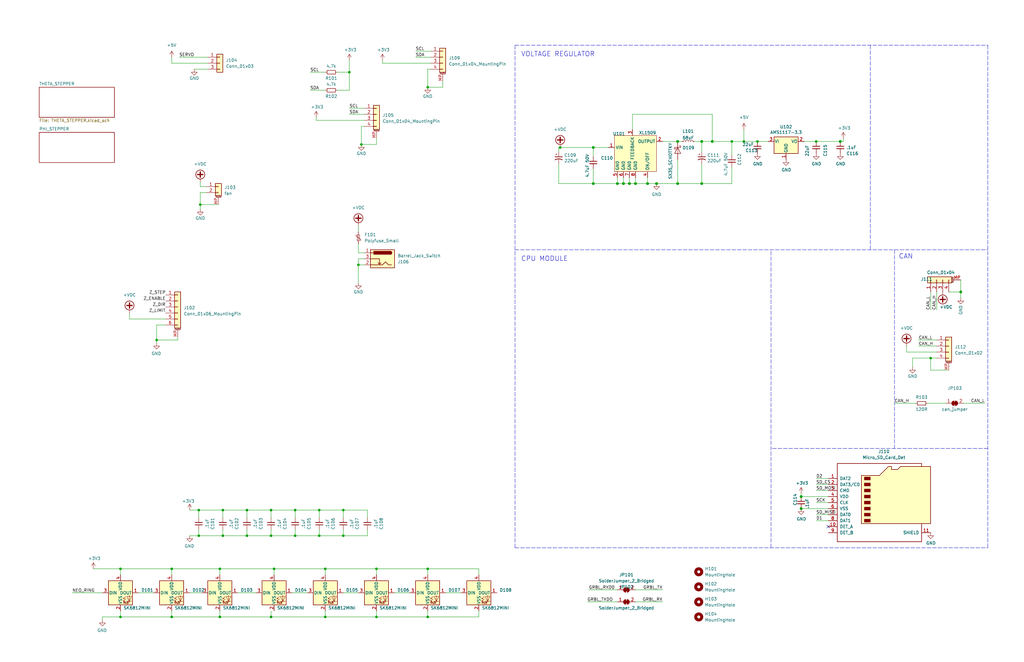
<source format=kicad_sch>
(kicad_sch (version 20250114) (generator "eeschema") (generator_version "9.0")
  (paper "B")
  (title_block (title "TOBOR MAINBOARD") (date "2025-03-22") (rev "1") (company "Evezor Inc."))
  (rectangle (start 457.2 144.78) (end 589.28 271.78))
  (text "VOLTAGE REGULATOR" (at 219.71 24.13 0) (effects (font (size 2.0066 2.0066)) (justify left bottom)))
  (text "CPU MODULE" (at 219.71 110.49 0) (effects (font (size 2.0066 2.0066)) (justify left bottom)))
  (text "CAN \n" (at 378.968 109.474 0) (effects (font (size 2.0066 2.0066)) (justify left bottom)))
  (junction (at 180.34 36.83))
  (junction (at 337.82 209.55) (diameter 1.016))
  (junction (at 392.43 151.13))
  (junction (at 262.89 77.47) (diameter 1.016))
  (junction (at 137.16 240.03))
  (junction (at 114.3 215.265))
  (junction (at 344.17 59.69))
  (junction (at 548.64 168.91))
  (junction (at 50.8 260.35))
  (junction (at 560.07 168.91))
  (junction (at 749.3 276.86))
  (junction (at 180.34 240.03))
  (junction (at 83.82 226.06))
  (junction (at 725.17 304.8))
  (junction (at 83.82 215.265))
  (junction (at 313.69 59.69))
  (junction (at 137.16 260.35))
  (junction (at 260.35 77.47) (diameter 1.016))
  (junction (at 295.91 59.69) (diameter 1.016))
  (junction (at 548.64 179.07))
  (junction (at 295.91 77.47) (diameter 1.016))
  (junction (at 92.71 260.35))
  (junction (at 124.46 226.06))
  (junction (at 560.07 179.07))
  (junction (at 144.78 226.06))
  (junction (at 236.22 62.23))
  (junction (at 250.19 62.23) (diameter 1.016))
  (junction (at 337.82 214.63) (diameter 1.016))
  (junction (at 354.33 59.69) (diameter 1.016))
  (junction (at 265.43 77.47) (diameter 1.016))
  (junction (at 158.75 260.35))
  (junction (at 124.46 215.265))
  (junction (at 405.13 123.19) (diameter 1.016))
  (junction (at 104.14 226.06))
  (junction (at 725.17 302.26))
  (junction (at 319.405 59.69))
  (junction (at 114.3 226.06))
  (junction (at 144.78 215.265))
  (junction (at 151.13 111.76))
  (junction (at 104.14 215.265))
  (junction (at 72.39 260.35))
  (junction (at 152.4 60.96))
  (junction (at 92.71 240.03))
  (junction (at 93.98 226.06))
  (junction (at 66.04 143.51))
  (junction (at 84.455 86.36))
  (junction (at 134.62 226.06))
  (junction (at 93.98 215.265))
  (junction (at 72.39 240.03))
  (junction (at 180.34 260.35))
  (junction (at 276.86 77.47) (diameter 1.016))
  (junction (at 273.05 77.47) (diameter 1.016))
  (junction (at 50.8 240.03))
  (junction (at 250.19 77.47) (diameter 1.016))
  (junction (at 308.61 59.69))
  (junction (at 158.75 240.03))
  (junction (at 267.97 77.47) (diameter 1.016))
  (junction (at 115.57 240.03))
  (junction (at 134.62 215.265))
  (junction (at 156.21 -13.97))
  (junction (at 285.75 77.47) (diameter 1.016))
  (junction (at 114.3 260.35))
  (junction (at 300.355 59.69) (diameter 1.016))
  (junction (at 285.75 59.69) (diameter 1.016))
  (junction (at 147.32 30.48))
  (no_connect (at 447.04 556.26))
  (no_connect (at 447.04 546.1))
  (no_connect (at 447.04 538.48))
  (no_connect (at 447.04 551.18))
  (no_connect (at 447.04 495.3))
  (no_connect (at 447.04 523.24))
  (no_connect (at 349.25 222.25))
  (no_connect (at 447.04 558.8))
  (no_connect (at 736.6 312.42))
  (no_connect (at 447.04 553.72))
  (no_connect (at 447.04 487.68))
  (wire (pts (xy 265.43 77.47) (xy 267.97 77.47)))
  (wire (pts (xy 134.62 223.52) (xy 134.62 226.06)))
  (wire (pts (xy 737.87 278.13) (xy 737.87 276.86)))
  (wire (pts (xy 469.9 184.15) (xy 469.9 189.23)))
  (polyline (pts (xy 367.03 19.05) (xy 367.03 105.41)) (stroke (width 0) (type dash)))
  (wire (pts (xy 725.17 302.26) (xy 736.6 302.26)))
  (wire (pts (xy 115.57 240.03) (xy 115.57 242.57)))
  (wire (pts (xy 235.585 69.215) (xy 235.585 77.47)))
  (wire (pts (xy 394.97 123.19) (xy 394.97 130.81)))
  (wire (pts (xy 248.285 248.92) (xy 260.35 248.92)))
  (wire (pts (xy 142.24 38.1) (xy 147.32 38.1)))
  (wire (pts (xy 501.65 179.07) (xy 523.24 179.07)))
  (wire (pts (xy 144.78 226.06) (xy 154.94 226.06)))
  (wire (pts (xy 54.61 134.62) (xy 69.85 134.62)))
  (wire (pts (xy 201.93 260.35) (xy 180.34 260.35)))
  (wire (pts (xy 92.71 257.81) (xy 92.71 260.35)))
  (wire (pts (xy 718.82 500.38) (xy 718.82 497.84)))
  (wire (pts (xy 256.54 62.23) (xy 250.19 62.23)))
  (wire (pts (xy 501.65 168.91) (xy 527.05 168.91)))
  (wire (pts (xy 392.43 123.19) (xy 392.43 130.81)))
  (wire (pts (xy 534.67 218.44) (xy 539.75 218.44)))
  (wire (pts (xy 92.71 260.35) (xy 72.39 260.35)))
  (wire (pts (xy 337.82 209.55) (xy 349.25 209.55)))
  (wire (pts (xy 466.09 171.45) (xy 481.33 171.45)))
  (wire (pts (xy 447.04 492.76) (xy 471.17 492.76)))
  (wire (pts (xy 147.32 45.72) (xy 153.67 45.72)))
  (wire (pts (xy 114.3 215.265) (xy 104.14 215.265)))
  (wire (pts (xy 262.89 74.93) (xy 262.89 77.47)))
  (wire (pts (xy 154.94 223.52) (xy 154.94 226.06)))
  (wire (pts (xy 93.98 215.265) (xy 83.82 215.265)))
  (wire (pts (xy 93.98 226.06) (xy 104.14 226.06)))
  (wire (pts (xy 392.43 151.13) (xy 384.81 151.13)))
  (wire (pts (xy 153.67 106.68) (xy 151.13 106.68)))
  (wire (pts (xy 43.18 261.62) (xy 43.18 260.35)))
  (wire (pts (xy 158.75 257.81) (xy 158.75 260.35)))
  (wire (pts (xy 406.4 170.18) (xy 415.29 170.18)))
  (wire (pts (xy 133.35 49.53) (xy 133.35 50.8)))
  (wire (pts (xy 180.34 36.83) (xy 180.34 29.21)))
  (wire (pts (xy 703.58 487.68) (xy 681.99 487.68)))
  (wire (pts (xy 344.17 204.47) (xy 349.25 204.47)))
  (wire (pts (xy 477.52 179.07) (xy 477.52 194.31)))
  (wire (pts (xy 100.33 250.19) (xy 107.95 250.19)))
  (wire (pts (xy 162.56 -13.97) (xy 156.21 -13.97)))
  (wire (pts (xy 292.735 59.69) (xy 295.91 59.69)))
  (wire (pts (xy 137.16 240.03) (xy 158.75 240.03)))
  (wire (pts (xy 725.17 302.26) (xy 725.17 299.72)))
  (wire (pts (xy 92.71 240.03) (xy 115.57 240.03)))
  (wire (pts (xy 279.4 59.69) (xy 285.75 59.69)))
  (wire (pts (xy 152.4 60.96) (xy 152.4 53.34)))
  (wire (pts (xy 703.58 485.14) (xy 703.58 487.68)))
  (wire (pts (xy 463.55 490.22) (xy 463.55 486.41)))
  (wire (pts (xy 308.61 70.485) (xy 308.61 77.47)))
  (wire (pts (xy 104.14 223.52) (xy 104.14 226.06)))
  (wire (pts (xy 66.04 143.51) (xy 66.04 144.78)))
  (wire (pts (xy 92.075 86.36) (xy 84.455 86.36)))
  (wire (pts (xy 104.14 226.06) (xy 114.3 226.06)))
  (wire (pts (xy 158.75 58.42) (xy 158.75 60.96)))
  (wire (pts (xy 349.25 217.17) (xy 344.17 217.17)))
  (wire (pts (xy 344.17 212.09) (xy 349.25 212.09)))
  (wire (pts (xy 721.36 500.38) (xy 721.36 508)))
  (wire (pts (xy 392.43 156.21) (xy 392.43 151.13)))
  (wire (pts (xy 276.86 77.47) (xy 285.75 77.47)))
  (wire (pts (xy 83.82 215.265) (xy 80.01 215.265)))
  (wire (pts (xy 260.35 74.93) (xy 260.35 77.47)))
  (wire (pts (xy 93.98 226.06) (xy 93.98 223.52)))
  (wire (pts (xy 715.01 508) (xy 721.36 508)))
  (wire (pts (xy 400.05 156.21) (xy 392.43 156.21)))
  (wire (pts (xy 539.75 218.44) (xy 539.75 229.87)))
  (wire (pts (xy 144.78 223.52) (xy 144.78 226.06)))
  (wire (pts (xy 158.75 260.35) (xy 137.16 260.35)))
  (wire (pts (xy 154.94 218.44) (xy 154.94 215.265)))
  (wire (pts (xy 123.19 250.19) (xy 129.54 250.19)))
  (wire (pts (xy 745.49 276.86) (xy 749.3 276.86)))
  (wire (pts (xy 319.405 59.69) (xy 323.85 59.69)))
  (wire (pts (xy 158.75 60.96) (xy 152.4 60.96)))
  (polyline (pts (xy 217.17 19.05) (xy 416.56 19.05)) (stroke (width 0) (type dash)))
  (wire (pts (xy 300.355 59.69) (xy 308.61 59.69)))
  (wire (pts (xy 151.13 111.76) (xy 151.13 119.38)))
  (wire (pts (xy 313.69 54.61) (xy 313.69 59.69)))
  (wire (pts (xy 69.85 137.16) (xy 66.04 137.16)))
  (wire (pts (xy 158.75 240.03) (xy 158.75 242.57)))
  (wire (pts (xy 463.55 480.06) (xy 463.55 481.33)))
  (wire (pts (xy 83.82 226.06) (xy 83.82 223.52)))
  (wire (pts (xy 387.35 146.05) (xy 394.97 146.05)))
  (wire (pts (xy 134.62 215.265) (xy 124.46 215.265)))
  (wire (pts (xy 133.35 50.8) (xy 153.67 50.8)))
  (wire (pts (xy 508 186.69) (xy 508 195.58)))
  (wire (pts (xy 130.81 30.48) (xy 137.16 30.48)))
  (wire (pts (xy 337.82 208.28) (xy 337.82 209.55)))
  (wire (pts (xy 151.13 111.76) (xy 151.13 109.22)))
  (wire (pts (xy 295.91 77.47) (xy 295.91 69.215)))
  (wire (pts (xy 43.18 260.35) (xy 50.8 260.35)))
  (wire (pts (xy 201.93 257.81) (xy 201.93 260.35)))
  (wire (pts (xy 161.29 25.4) (xy 161.29 26.67)))
  (wire (pts (xy 560.07 168.91) (xy 571.5 168.91)))
  (wire (pts (xy 86.995 81.28) (xy 84.455 81.28)))
  (wire (pts (xy 703.58 492.76) (xy 703.58 495.3)))
  (wire (pts (xy 137.16 -25.4) (xy 137.16 -24.13)))
  (wire (pts (xy 500.38 201.93) (xy 500.38 203.2)))
  (wire (pts (xy 182.88 364.49) (xy 204.47 364.49)))
  (wire (pts (xy 235.585 77.47) (xy 250.19 77.47)))
  (wire (pts (xy 295.91 77.47) (xy 308.61 77.47)))
  (wire (pts (xy 201.93 240.03) (xy 201.93 242.57)))
  (wire (pts (xy 80.01 250.19) (xy 85.09 250.19)))
  (wire (pts (xy 308.61 59.69) (xy 313.69 59.69)))
  (wire (pts (xy 151.13 102.87) (xy 151.13 106.68)))
  (wire (pts (xy 265.43 74.93) (xy 265.43 77.47)))
  (wire (pts (xy 151.13 -26.67) (xy 157.48 -26.67)))
  (wire (pts (xy 560.07 176.53) (xy 560.07 179.07)))
  (wire (pts (xy 144.78 215.265) (xy 134.62 215.265)))
  (wire (pts (xy 344.17 59.69) (xy 354.33 59.69)))
  (wire (pts (xy 534.67 237.49) (xy 547.37 237.49)))
  (wire (pts (xy 66.04 137.16) (xy 66.04 143.51)))
  (wire (pts (xy 84.455 81.28) (xy 84.455 86.36)))
  (wire (pts (xy 731.52 495.3) (xy 718.82 495.3)))
  (wire (pts (xy 267.97 254) (xy 279.4 254)))
  (wire (pts (xy 344.17 219.71) (xy 349.25 219.71)))
  (wire (pts (xy 725.17 299.72) (xy 736.6 299.72)))
  (wire (pts (xy 548.64 168.91) (xy 548.64 171.45)))
  (wire (pts (xy 182.88 361.95) (xy 200.66 361.95)))
  (wire (pts (xy 339.09 59.69) (xy 344.17 59.69)))
  (wire (pts (xy 147.32 30.48) (xy 147.32 25.4)))
  (wire (pts (xy 387.35 143.51) (xy 394.97 143.51)))
  (wire (pts (xy 247.65 254) (xy 260.35 254)))
  (wire (pts (xy 151.13 109.22) (xy 153.67 109.22)))
  (wire (pts (xy 144.78 250.19) (xy 151.13 250.19)))
  (wire (pts (xy 186.69 36.83) (xy 180.34 36.83)))
  (wire (pts (xy 349.25 214.63) (xy 337.82 214.63)))
  (polyline (pts (xy 217.17 231.14) (xy 217.17 19.05)) (stroke (width 0) (type dash)))
  (wire (pts (xy 548.64 179.07) (xy 548.64 181.61)))
  (wire (pts (xy 349.25 201.93) (xy 344.17 201.93)))
  (wire (pts (xy 198.12 367.03) (xy 182.88 367.03)))
  (wire (pts (xy 539.75 229.87) (xy 547.37 229.87)))
  (wire (pts (xy 510.54 210.82) (xy 510.54 226.06)))
  (wire (pts (xy 266.7 48.26) (xy 300.355 48.26)))
  (wire (pts (xy 534.67 236.22) (xy 534.67 237.49)))
  (wire (pts (xy 84.455 78.74) (xy 84.455 76.835)))
  (wire (pts (xy 186.69 34.29) (xy 186.69 36.83)))
  (wire (pts (xy 236.22 62.23) (xy 235.585 62.23)))
  (wire (pts (xy 709.93 485.14) (xy 703.58 485.14)))
  (wire (pts (xy 200.66 361.95) (xy 200.66 359.41)))
  (wire (pts (xy 762 294.64) (xy 772.16 294.64)))
  (wire (pts (xy 114.3 223.52) (xy 114.3 226.06)))
  (wire (pts (xy 547.37 245.11) (xy 543.56 245.11)))
  (wire (pts (xy 709.93 500.38) (xy 707.39 500.38)))
  (wire (pts (xy 349.25 207.01) (xy 344.17 207.01)))
  (wire (pts (xy 180.34 257.81) (xy 180.34 260.35)))
  (wire (pts (xy 50.8 257.81) (xy 50.8 260.35)))
  (wire (pts (xy 72.39 240.03) (xy 72.39 242.57)))
  (wire (pts (xy 114.3 257.81) (xy 114.3 260.35)))
  (wire (pts (xy 154.94 215.265) (xy 144.78 215.265)))
  (wire (pts (xy 500.38 203.2) (xy 514.35 203.2)))
  (polyline (pts (xy 416.56 189.23) (xy 325.12 189.23)) (stroke (width 0) (type dash)))
  (wire (pts (xy 718.82 495.3) (xy 718.82 492.76)))
  (polyline (pts (xy 416.56 19.05) (xy 416.56 231.14)) (stroke (width 0) (type dash)))
  (wire (pts (xy 267.97 74.93) (xy 267.97 77.47)))
  (wire (pts (xy 548.64 166.37) (xy 548.64 168.91)))
  (wire (pts (xy 718.82 497.84) (xy 731.52 497.84)))
  (wire (pts (xy -52.07 5.08) (xy -43.18 5.08)))
  (wire (pts (xy 267.97 77.47) (xy 273.05 77.47)))
  (polyline (pts (xy 377.19 105.41) (xy 377.19 189.23)) (stroke (width 0) (type dash)))
  (wire (pts (xy 180.34 240.03) (xy 201.93 240.03)))
  (wire (pts (xy 571.5 176.53) (xy 571.5 179.07)))
  (wire (pts (xy 180.34 240.03) (xy 180.34 242.57)))
  (wire (pts (xy 137.16 240.03) (xy 137.16 242.57)))
  (wire (pts (xy 250.19 71.12) (xy 250.19 77.47)))
  (wire (pts (xy 72.39 260.35) (xy 50.8 260.35)))
  (wire (pts (xy 703.58 495.3) (xy 681.99 495.3)))
  (wire (pts (xy 114.3 215.265) (xy 114.3 218.44)))
  (wire (pts (xy 124.46 215.265) (xy 124.46 218.44)))
  (wire (pts (xy 72.39 24.13) (xy 72.39 26.67)))
  (wire (pts (xy 83.82 215.265) (xy 83.82 218.44)))
  (wire (pts (xy 405.13 118.11) (xy 405.13 123.19)))
  (wire (pts (xy 384.81 151.13) (xy 384.81 154.94)))
  (wire (pts (xy 58.42 250.19) (xy 64.77 250.19)))
  (wire (pts (xy 180.34 260.35) (xy 158.75 260.35)))
  (wire (pts (xy 709.93 508) (xy 707.39 508)))
  (wire (pts (xy 43.18 250.19) (xy 30.48 250.19)))
  (wire (pts (xy 260.35 77.47) (xy 262.89 77.47)))
  (wire (pts (xy 151.13 -29.21) (xy 157.48 -29.21)))
  (wire (pts (xy 115.57 240.03) (xy 137.16 240.03)))
  (wire (pts (xy 300.355 48.26) (xy 300.355 59.69)))
  (wire (pts (xy 156.21 -21.59) (xy 157.48 -21.59)))
  (wire (pts (xy 137.16 -24.13) (xy 157.48 -24.13)))
  (wire (pts (xy 715.01 485.14) (xy 721.36 485.14)))
  (wire (pts (xy 501.65 186.69) (xy 508 186.69)))
  (wire (pts (xy 50.8 240.03) (xy 39.37 240.03)))
  (wire (pts (xy 285.75 77.47) (xy 285.75 67.31)))
  (wire (pts (xy 571.5 168.91) (xy 571.5 171.45)))
  (wire (pts (xy 295.91 59.69) (xy 295.91 64.135)))
  (wire (pts (xy 718.82 492.76) (xy 715.01 492.76)))
  (wire (pts (xy 391.16 170.18) (xy 398.78 170.18)))
  (wire (pts (xy 80.01 226.06) (xy 83.82 226.06)))
  (wire (pts (xy 725.17 304.8) (xy 736.6 304.8)))
  (wire (pts (xy 114.3 260.35) (xy 92.71 260.35)))
  (wire (pts (xy 721.36 485.14) (xy 721.36 492.76)))
  (wire (pts (xy 75.565 24.13) (xy 87.63 24.13)))
  (polyline (pts (xy 217.17 231.14) (xy 416.56 231.14)) (stroke (width 0) (type dash)))
  (wire (pts (xy 86.995 78.74) (xy 84.455 78.74)))
  (wire (pts (xy 130.81 38.1) (xy 137.16 38.1)))
  (wire (pts (xy 469.9 168.91) (xy 469.9 179.07)))
  (wire (pts (xy 124.46 226.06) (xy 134.62 226.06)))
  (polyline (pts (xy 217.17 105.41) (xy 416.56 105.41)) (stroke (width 0) (type dash)))
  (wire (pts (xy 394.97 151.13) (xy 392.43 151.13)))
  (wire (pts (xy 514.35 210.82) (xy 510.54 210.82)))
  (wire (pts (xy 137.16 257.81) (xy 137.16 260.35)))
  (wire (pts (xy 83.82 226.06) (xy 93.98 226.06)))
  (wire (pts (xy 707.39 508) (xy 707.39 505.46)))
  (wire (pts (xy 187.96 250.19) (xy 194.31 250.19)))
  (wire (pts (xy 81.915 29.21) (xy 87.63 29.21)))
  (wire (pts (xy 471.17 480.06) (xy 471.17 481.33)))
  (wire (pts (xy 158.75 240.03) (xy 180.34 240.03)))
  (wire (pts (xy 50.8 240.03) (xy 72.39 240.03)))
  (wire (pts (xy 707.39 502.92) (xy 681.99 502.92)))
  (wire (pts (xy 377.19 170.18) (xy 386.08 170.18)))
  (wire (pts (xy 313.69 59.69) (xy 319.405 59.69)))
  (wire (pts (xy 466.09 170.18) (xy 466.09 171.45)))
  (wire (pts (xy -49.53 2.54) (xy -43.18 2.54)))
  (wire (pts (xy 394.97 148.59) (xy 382.27 148.59)))
  (wire (pts (xy 72.39 26.67) (xy 87.63 26.67)))
  (wire (pts (xy 124.46 215.265) (xy 114.3 215.265)))
  (wire (pts (xy 355.6 59.69) (xy 355.6 58.42)))
  (wire (pts (xy 161.29 26.67) (xy 181.61 26.67)))
  (wire (pts (xy 560.07 179.07) (xy 548.64 179.07)))
  (wire (pts (xy 74.93 142.24) (xy 74.93 143.51)))
  (wire (pts (xy 266.7 48.26) (xy 266.7 54.61)))
  (wire (pts (xy 152.4 53.34) (xy 153.67 53.34)))
  (wire (pts (xy 481.33 168.91) (xy 469.9 168.91)))
  (wire (pts (xy 471.17 492.76) (xy 471.17 486.41)))
  (wire (pts (xy 481.33 179.07) (xy 477.52 179.07)))
  (wire (pts (xy 267.97 248.92) (xy 279.4 248.92)))
  (wire (pts (xy 447.04 490.22) (xy 463.55 490.22)))
  (wire (pts (xy 142.24 30.48) (xy 147.32 30.48)))
  (wire (pts (xy 548.64 176.53) (xy 548.64 179.07)))
  (wire (pts (xy 250.19 62.23) (xy 236.22 62.23)))
  (wire (pts (xy 707.39 500.38) (xy 707.39 502.92)))
  (polyline (pts (xy 325.12 231.14) (xy 325.12 105.41)) (stroke (width 0) (type dash)))
  (wire (pts (xy 250.19 62.23) (xy 250.19 66.04)))
  (wire (pts (xy 508 195.58) (xy 514.35 195.58)))
  (wire (pts (xy 72.39 257.81) (xy 72.39 260.35)))
  (wire (pts (xy 273.05 74.93) (xy 273.05 77.47)))
  (wire (pts (xy 104.14 215.265) (xy 104.14 218.44)))
  (wire (pts (xy 731.52 500.38) (xy 721.36 500.38)))
  (wire (pts (xy 308.61 59.69) (xy 308.61 65.405)))
  (wire (pts (xy 93.98 215.265) (xy 93.98 218.44)))
  (wire (pts (xy -81.28 130.81) (xy -68.58 130.81)))
  (wire (pts (xy 156.21 -13.97) (xy 156.21 -21.59)))
  (wire (pts (xy 725.17 307.34) (xy 725.17 304.8)))
  (wire (pts (xy 737.87 276.86) (xy 740.41 276.86)))
  (wire (pts (xy 147.32 48.26) (xy 153.67 48.26)))
  (wire (pts (xy 204.47 364.49) (xy 204.47 361.95)))
  (wire (pts (xy 137.16 260.35) (xy 114.3 260.35)))
  (wire (pts (xy 262.89 77.47) (xy 265.43 77.47)))
  (wire (pts (xy 749.3 276.86) (xy 749.3 284.48)))
  (wire (pts (xy 134.62 215.265) (xy 134.62 218.44)))
  (wire (pts (xy 114.3 226.06) (xy 124.46 226.06)))
  (wire (pts (xy 400.05 123.19) (xy 405.13 123.19)))
  (wire (pts (xy 405.13 123.19) (xy 405.13 125.73)))
  (wire (pts (xy 147.32 38.1) (xy 147.32 30.48)))
  (wire (pts (xy 709.93 492.76) (xy 703.58 492.76)))
  (wire (pts (xy 273.05 77.47) (xy 276.86 77.47)))
  (wire (pts (xy 721.36 492.76) (xy 731.52 492.76)))
  (wire (pts (xy 92.71 240.03) (xy 92.71 242.57)))
  (wire (pts (xy 50.8 242.57) (xy 50.8 240.03)))
  (wire (pts (xy 84.455 86.36) (xy 84.455 88.265)))
  (wire (pts (xy 762 292.1) (xy 772.16 292.1)))
  (wire (pts (xy 285.75 77.47) (xy 295.91 77.47)))
  (wire (pts (xy 54.61 132.08) (xy 54.61 134.62)))
  (wire (pts (xy -58.42 130.81) (xy -55.88 130.81)))
  (wire (pts (xy 382.27 148.59) (xy 382.27 146.05)))
  (wire (pts (xy 715.01 500.38) (xy 718.82 500.38)))
  (wire (pts (xy 560.07 168.91) (xy 548.64 168.91)))
  (wire (pts (xy 72.39 240.03) (xy 92.71 240.03)))
  (wire (pts (xy 134.62 226.06) (xy 144.78 226.06)))
  (wire (pts (xy 571.5 179.07) (xy 560.07 179.07)))
  (wire (pts (xy 151.13 95.25) (xy 151.13 97.79)))
  (wire (pts (xy 104.14 215.265) (xy 93.98 215.265)))
  (wire (pts (xy 725.17 304.8) (xy 725.17 302.26)))
  (wire (pts (xy 74.93 143.51) (xy 66.04 143.51)))
  (wire (pts (xy 175.26 21.59) (xy 181.61 21.59)))
  (wire (pts (xy 250.19 77.47) (xy 260.35 77.47)))
  (wire (pts (xy 198.12 369.57) (xy 198.12 367.03)))
  (wire (pts (xy 124.46 223.52) (xy 124.46 226.06)))
  (wire (pts (xy 295.91 59.69) (xy 300.355 59.69)))
  (wire (pts (xy 162.56 -16.51) (xy 162.56 -13.97)))
  (wire (pts (xy 560.07 171.45) (xy 560.07 168.91)))
  (wire (pts (xy 707.39 505.46) (xy 681.99 505.46)))
  (wire (pts (xy 153.67 111.76) (xy 151.13 111.76)))
  (wire (pts (xy 166.37 250.19) (xy 172.72 250.19)))
  (wire (pts (xy 175.26 24.13) (xy 181.61 24.13)))
  (wire (pts (xy 235.585 62.23) (xy 235.585 64.135)))
  (wire (pts (xy 144.78 215.265) (xy 144.78 218.44)))
  (wire (pts (xy 354.33 59.69) (xy 355.6 59.69)))
  (wire (pts (xy 543.56 245.11) (xy 543.56 260.35)))
  (wire (pts (xy 180.34 29.21) (xy 181.61 29.21)))
  (wire (pts (xy 285.75 59.69) (xy 287.655 59.69)))
  (label "SERVO" (at 75.565 24.13 0))
  (label "I2S_DATA" (at 481.33 163.83 180))
  (label "GRBL_TXDO" (at 247.65 254 0))
  (label "SDA" (at 447.04 513.08 0))
  (label "Z_CS" (at 534.67 200.66 0))
  (label "A_ENABLE" (at 534.67 208.28 0))
  (label "C_STEP" (at 182.88 336.55 0))
  (label "CAN_L" (at 387.35 143.51 0))
  (label "C_ENABLE" (at 567.69 242.57 0))
  (label "A_DIR" (at 182.88 316.23 0))
  (label "SCL" (at 447.04 510.54 0))
  (label "I2S_WS" (at 547.37 242.57 180))
  (label "B_DIR" (at 567.69 237.49 0))
  (label "CAN_H" (at 394.97 130.81 90))
  (label "CAN_L" (at 392.43 130.81 90))
  (label "Z_DIR" (at 69.85 129.54 180))
  (label "B_STEP" (at 567.69 229.87 0))
  (label "HOLD" (at 681.99 490.22 0))
  (label "Z_STEP" (at 182.88 298.45 0))
  (label "P60" (at 182.88 356.87 0))
  (label "PHI_CS" (at 523.24 179.07 180))
  (label "B_ENABLE" (at 182.88 326.39 0))
  (label "CAN_L" (at 382.27 528.32 180))
  (label "I2S_CLK" (at 547.37 234.95 180))
  (label "NEO_RING" (at 30.48 250.19 0))
  (label "A_DIR" (at 534.67 213.36 0))
  (label "B_RESET" (at 182.88 331.47 0))
  (label "SERVO" (at 447.04 541.02 0))
  (label "SCL" (at 182.88 349.25 0))
  (label "GRBL_RESET" (at 681.99 471.17 0))
  (label "SD_MOSI" (at 447.04 502.92 0))
  (label "SDA" (at 151.13 -26.67 0))
  (label "BUTTON A" (at 447.04 530.86 0))
  (label "I2S_CLK" (at 514.35 200.66 180))
  (label "SDA" (at 147.32 48.26 0))
  (label "Z_DIR" (at 534.67 203.2 0))
  (label "SCK" (at 447.04 518.16 0))
  (label "SERVO" (at 182.88 354.33 0))
  (label "GRBL_RX" (at 279.4 254 180))
  (label "SDA" (at 736.6 294.64 180))
  (label "NEO_RING" (at 447.04 548.64 0))
  (label "CAN_H" (at 382.27 530.86 180))
  (label "A_STEP" (at 534.67 205.74 0))
  (label "SCL" (at 175.26 21.59 0))
  (label "SDA" (at 175.26 24.13 0))
  (label "Z_STEP" (at 69.85 124.46 180))
  (label "P25" (at 182.88 359.41 0))
  (label "A_ENABLE" (at 182.88 313.69 0))
  (label "C_LIMIT" (at 182.88 346.71 0))
  (label "HOLD" (at 447.04 492.76 0))
  (label "SCL" (at 736.6 292.1 180))
  (label "GRBL_PROBE" (at 447.04 490.22 0))
  (label "SCL" (at 130.81 30.48 0))
  (label "Z_LIMIT" (at 731.52 492.76 180))
  (label "SCL" (at 147.32 45.72 0))
  (label "P25" (at 447.04 508 0))
  (label "CAN_L" (at 415.29 170.18 180))
  (label "Z_ENABLE" (at 182.88 300.99 0))
  (label "C_ENABLE" (at 182.88 339.09 0))
  (label "SCL" (at 151.13 -29.21 0))
  (label "GRBL_TX" (at 447.04 505.46 0))
  (label "GRBL_RXD0" (at 248.285 248.92 0))
  (label "Z_RESET" (at 182.88 306.07 0))
  (label "Z_ENABLE" (at 534.67 198.12 0))
  (label "I2S_WS" (at 514.35 208.28 180))
  (label "I2S_CLK" (at 481.33 168.91 180))
  (label "B_STEP" (at 182.88 323.85 0))
  (label "B_LIMIT" (at 182.88 334.01 0))
  (label "Z_RESET" (at 762 297.18 0))
  (label "B_RESET" (at 762 302.26 0))
  (label "I2S_CLK" (at 681.99 492.76 0))
  (label "P60" (at 447.04 497.84 0))
  (label "C_DIR" (at 567.69 247.65 0))
  (label "C_LIMIT" (at 731.52 500.38 180))
  (label "GRBL_RXD0" (at 617.22 492.76 180))
  (label "Z_STEP" (at 534.67 195.58 0))
  (label "C_DIR" (at 182.88 341.63 0))
  (label "CAN_H" (at 377.19 170.18 0))
  (label "GRBL_PROBE" (at 681.99 513.08 0))
  (label "SD_MOSI" (at 344.17 207.01 0))
  (label "Z_LIMIT" (at 182.88 308.61 0))
  (label "C_RESET" (at 182.88 344.17 0))
  (label "A_LIMIT" (at 182.88 321.31 0))
  (label "Z_ENABLE" (at 69.85 127 180))
  (label "SD_CS" (at 447.04 520.7 0))
  (label "C_RESET" (at 762 304.8 0))
  (label "SDA" (at 182.88 351.79 0))
  (label "D1" (at 344.17 219.71 0))
  (label "C_STEP" (at 567.69 240.03 0))
  (label "I2S_WS" (at 681.99 510.54 0))
  (label "I2S_WS" (at 481.33 176.53 180))
  (label "SDA" (at 130.81 38.1 0))
  (label "GRBL_TXDO" (at 617.22 490.22 180))
  (label "A_RESET" (at 762 299.72 0))
  (label "Z_LIMIT" (at 69.85 132.08 180))
  (label "SCK" (at 344.17 212.09 0))
  (label "GRBL_RX" (at 447.04 525.78 0))
  (label "GRBL_TX" (at 279.4 248.92 180))
  (label "C_CS" (at 567.69 245.11 0))
  (label "SD_CS" (at 344.17 204.47 0))
  (label "B_DIR" (at 182.88 328.93 0))
  (label "D2" (at 344.17 201.93 0))
  (label "A_RESET" (at 182.88 318.77 0))
  (label "B_LIMIT" (at 731.52 497.84 180))
  (label "B_ENABLE" (at 567.69 232.41 0))
  (label "B_CS" (at 567.69 234.95 0))
  (label "SD_MISO" (at 344.17 217.17 0))
  (label "THETA_CS" (at 527.05 168.91 180))
  (label "I2S_DATA" (at 681.99 500.38 0))
  (label "SD_MISO" (at 447.04 515.62 0))
  (label "A_STEP" (at 182.88 311.15 0))
  (label "Z_DIR" (at 182.88 303.53 0))
  (label "BUTTON A" (at -81.28 130.81 0))
  (label "A_LIMIT" (at 731.52 495.3 180))
  (label "A_CS" (at 534.67 210.82 0))
  (label "CAN_H" (at 387.35 146.05 0))
  (global_label "THETA_DIR" (shape input) (at 501.65 171.45 0) (property "Intersheetrefs" "${INTERSHEET_REFS}" (effects (hide yes))))
  (global_label "PHI_DIR" (shape input) (at 501.65 181.61 0) (property "Intersheetrefs" "${INTERSHEET_REFS}" (effects (hide yes))))
  (global_label "THETA_ENABLE" (shape input) (at 501.65 166.37 0) (property "Intersheetrefs" "${INTERSHEET_REFS}" (effects (hide yes))))
  (global_label "PHI_STEP" (shape input) (at 501.65 173.99 0) (property "Intersheetrefs" "${INTERSHEET_REFS}" (effects (hide yes))))
  (global_label "PHI_ENABLE" (shape input) (at 501.65 176.53 0) (property "Intersheetrefs" "${INTERSHEET_REFS}" (effects (hide yes))))
  (global_label "THETA_STEP" (shape input) (at 501.65 163.83 0) (property "Intersheetrefs" "${INTERSHEET_REFS}" (effects (hide yes))))
  (global_label "PHI_RESET" (shape input) (at 772.16 294.64 0) (property "Intersheetrefs" "${INTERSHEET_REFS}" (effects (hide yes))))
  (global_label "THETA_RESET" (shape input) (at 772.16 292.1 0) (property "Intersheetrefs" "${INTERSHEET_REFS}" (effects (hide yes))))
  (symbol (lib_id "power:+3.3V") (at 355.6 58.42 0) (unit 1)
    (property "Reference" "#PWR0135" (effects (hide yes)))
    (property "Value" "+3V3" (at 355.981 54.0258 0))
  )
  (symbol (lib_id "Regulator_Linear:AMS1117-3.3") (at 331.47 59.69 0) (unit 1)
    (property "Reference" "U102" (at 331.47 53.5432 0))
    (property "Value" "AMS1117-3.3" (at 331.47 55.8546 0))
    (property "Footprint" "Package_TO_SOT_SMD:SOT-223-3_TabPin2" (effects (hide yes)))
    (property "Datasheet" "http://www.advanced-monolithic.com/pdf/ds1117.pdf" (effects (hide yes)))
  )
  (symbol (lib_id "power:GND") (at 331.47 67.31 0) (unit 1)
    (property "Reference" "#PWR0130" (effects (hide yes)))
    (property "Value" "GND" (at 331.597 71.7042 0))
  )
  (symbol (lib_id "Device:C_Small") (at 354.33 62.23 0) (unit 1)
    (property "Reference" "C116" (at 356.87 64.77 0) (effects (justify left)))
    (property "Value" ".1uF" (at 356.87 62.23 0) (effects (justify left)))
    (property "Footprint" "Capacitor_SMD:C_0603_1608Metric" (effects (hide yes)))
  )
  (symbol (lib_id "power:GND") (at 354.33 64.77 0) (unit 1)
    (property "Reference" "#PWR0134" (effects (hide yes)))
    (property "Value" "GND" (at 354.457 69.1642 0))
  )
  (symbol (lib_id "power:GND") (at 405.13 125.73 0) (unit 1)
    (property "Reference" "#PWR0141" (effects (hide yes)))
    (property "Value" "GND" (at 405.13 130.81 90))
  )
  (symbol (lib_id "Connector_Generic_MountingPin:Conn_01x04_MountingPin") (at 394.97 118.11 90) (unit 1)
    (property "Reference" "J111" (at 388.3152 117.7544 90) (effects (justify right)))
    (property "Value" "Conn_01x04" (at 390.8552 114.9858 90) (effects (justify right)))
    (property "Footprint" "Connector_JST:JST_PH_S4B-PH-SM4-TB_1x04-1MP_P2.00mm_Horizontal" (effects (hide yes)))
  )
  (symbol (lib_id "Device:Polyfuse_Small") (at 151.13 100.33 0) (unit 1)
    (property "Reference" "F101" (at 153.67 99.0599 0) (effects (justify left)))
    (property "Value" "Polyfuse_Small" (at 153.67 101.5999 0) (effects (justify left)))
    (property "Footprint" "Fuse:Fuse_1812_4532Metric" (effects (hide yes)))
    (property "Description" "Resettable fuse, polymeric positive temperature coefficient, small symbol" (effects (hide yes)))
  )
  (symbol (lib_id "LED:SK6812MINI") (at 201.93 250.19 0) (unit 1)
    (property "Reference" "D108" (at 210.6676 249.0216 0) (effects (justify left)))
    (property "Value" "SK6812MINI" (at 203.2 256.54 0) (effects (justify left)))
    (property "Footprint" "LED_SMD:LED_SK6812MINI_PLCC4_3.5x3.5mm_P1.75mm" (effects (hide yes)))
    (property "Datasheet" "https://cdn-shop.adafruit.com/product-files/2686/SK6812MINI_REV.01-1-2.pdf" (effects (hide yes)))
  )
  (symbol (lib_id "Device:R_Small") (at 463.55 483.87 180) (unit 1)
    (property "Reference" "R104" (at 466.09 483.87 90))
    (property "Value" "10k" (at 461.01 483.87 90))
    (property "Footprint" "Resistor_SMD:R_0603_1608Metric" (effects (hide yes)))
  )
  (symbol (lib_id "Mechanical:MountingHole") (at 313.69 300.99 0) (unit 1)
    (property "Reference" "H106" (at 316.23 299.7199 0) (effects (justify left)))
    (property "Value" "MountingHole" (at 316.23 302.2599 0) (effects (justify left)))
    (property "Footprint" "MountingHole:MountingHole_3mm_Pad" (effects (hide yes)))
    (property "Description" "Mounting Hole without connection" (effects (hide yes)))
  )
  (symbol (lib_id "power:+3.3V") (at 427.99 469.9 0) (unit 1)
    (property "Reference" "#PWR0142" (effects (hide yes)))
    (property "Value" "+3V3" (at 428.371 465.5058 0))
  )
  (symbol (lib_id "Switch:SW_Push") (at -63.5 130.81 0) (unit 1)
    (property "Reference" "SW101" (at -63.5 123.571 0))
    (property "Value" "SW_Push" (at -63.5 125.8824 0))
    (property "Footprint" "Button_Switch_SMD:SWITCH_2x3_SMD_TACTILE_GREEN" (effects (hide yes)))
  )
  (symbol (lib_id "Jumper:SolderJumper_2_Bridged") (at 402.59 170.18 0) (unit 1)
    (property "Reference" "JP103" (at 402.59 163.83 0))
    (property "Value" "can_jumper" (at 402.59 172.72 0))
    (property "Footprint" "Jumper:SolderJumper-2_P1.3mm_Bridged2Bar_RoundedPad1.0x1.5mm" (effects (hide yes)))
  )
  (symbol (lib_id "LED:SK6812MINI") (at 92.71 250.19 0) (unit 1)
    (property "Reference" "D103" (at 101.4476 249.0216 0) (effects (justify left)))
    (property "Value" "SK6812MINI" (at 93.98 256.54 0) (effects (justify left)))
    (property "Footprint" "LED_SMD:LED_SK6812MINI_PLCC4_3.5x3.5mm_P1.75mm" (effects (hide yes)))
    (property "Datasheet" "https://cdn-shop.adafruit.com/product-files/2686/SK6812MINI_REV.01-1-2.pdf" (effects (hide yes)))
  )
  (symbol (lib_id "Mechanical:MountingHole") (at 313.69 341.63 0) (unit 1)
    (property "Reference" "H114" (at 316.23 340.3599 0) (effects (justify left)))
    (property "Value" "MountingHole" (at 316.23 342.8999 0) (effects (justify left)))
    (property "Footprint" "MountingHole:MountingHole_3mm_Pad" (effects (hide yes)))
    (property "Description" "Mounting Hole without connection" (effects (hide yes)))
  )
  (symbol (lib_id "power:GND") (at 469.9 189.23 0) (unit 1)
    (property "Reference" "#PWR0145" (effects (hide yes)))
    (property "Value" "GND" (at 470.027 193.6242 0))
  )
  (symbol (lib_id "Device:C_Small") (at 114.3 220.98 180) (unit 1)
    (property "Reference" "C104" (at 120.1166 220.98 90))
    (property "Value" ".1uF" (at 117.8052 220.98 90))
    (property "Footprint" "Capacitor_SMD:C_0603_1608Metric" (effects (hide yes)))
  )
  (symbol (lib_id "power:+VDC") (at 397.51 123.19 180) (unit 1)
    (property "Reference" "#PWR0139" (effects (hide yes)))
    (property "Value" "+VDC" (at 396.24 129.54 0) (effects (justify right)))
  )
  (symbol (lib_id "power:+3.3V") (at 662.94 457.2 0) (unit 1)
    (property "Reference" "#PWR0161" (effects (hide yes)))
    (property "Value" "+3V3" (at 663.321 452.8058 0))
  )
  (symbol (lib_id "Mechanical:MountingHole") (at 313.69 306.07 0) (unit 1)
    (property "Reference" "H107" (at 316.23 304.7999 0) (effects (justify left)))
    (property "Value" "MountingHole" (at 316.23 307.3399 0) (effects (justify left)))
    (property "Footprint" "MountingHole:MountingHole_3mm_Pad" (effects (hide yes)))
    (property "Description" "Mounting Hole without connection" (effects (hide yes)))
  )
  (symbol (lib_id "power:GND") (at 548.64 181.61 0) (unit 1)
    (property "Reference" "#PWR0157" (effects (hide yes)))
    (property "Value" "GND" (at 548.767 186.0042 0))
  )
  (symbol (lib_id "Device:C_Small") (at 124.46 220.98 180) (unit 1)
    (property "Reference" "C105" (at 130.2766 220.98 90))
    (property "Value" ".1uF" (at 127.9652 220.98 90))
    (property "Footprint" "Capacitor_SMD:C_0603_1608Metric" (effects (hide yes)))
  )
  (symbol (lib_id "Mechanical:MountingHole") (at 294.64 247.65 0) (unit 1)
    (property "Reference" "H102" (at 297.18 246.3799 0) (effects (justify left)))
    (property "Value" "MountingHole" (at 297.18 248.9199 0) (effects (justify left)))
    (property "Footprint" "MountingHole:MountingHole_4.1mm_M4_DIN965_Pad" (effects (hide yes)))
    (property "Description" "Mounting Hole without connection" (effects (hide yes)))
  )
  (symbol (lib_id "power:GND") (at 557.53 257.81 0) (unit 1)
    (property "Reference" "#PWR0159" (effects (hide yes)))
    (property "Value" "GND" (at 557.657 262.2042 0))
  )
  (symbol (lib_id "Jumper:SolderJumper_2_Bridged") (at 264.16 248.92 0) (unit 1)
    (property "Reference" "JP101" (at 264.16 242.57 0))
    (property "Value" "SolderJumper_2_Bridged" (at 264.16 245.11 0))
    (property "Footprint" "Jumper:SolderJumper-2_P1.3mm_Bridged2Bar_RoundedPad1.0x1.5mm" (effects (hide yes)))
  )
  (symbol (lib_id "LED:SK6812MINI") (at 50.8 250.19 0) (unit 1)
    (property "Reference" "D101" (at 59.5376 249.0216 0) (effects (justify left)))
    (property "Value" "SK6812MINI" (at 52.07 256.54 0) (effects (justify left)))
    (property "Footprint" "LED_SMD:LED_SK6812MINI_PLCC4_3.5x3.5mm_P1.75mm" (effects (hide yes)))
    (property "Datasheet" "https://cdn-shop.adafruit.com/product-files/2686/SK6812MINI_REV.01-1-2.pdf" (effects (hide yes)))
  )
  (symbol (lib_id "power:+3.3V") (at 161.29 25.4 0) (unit 1)
    (property "Reference" "#PWR0121" (effects (hide yes)))
    (property "Value" "+3V3" (at 161.671 21.0058 0))
  )
  (symbol (lib_id "power:+3.3V") (at 204.47 361.95 0) (mirror y) (unit 1)
    (property "Reference" "#PWR0125" (effects (hide yes)))
    (property "Value" "+3V3" (at 204.089 357.5558 0))
  )
  (symbol (lib_id "power:GND") (at 510.54 226.06 0) (unit 1)
    (property "Reference" "#PWR0151" (effects (hide yes)))
    (property "Value" "GND" (at 510.667 230.4542 0))
  )
  (symbol (lib_id "power:+3.3V") (at 466.09 170.18 0) (unit 1)
    (property "Reference" "#PWR0144" (effects (hide yes)))
    (property "Value" "+3V3" (at 466.471 165.7858 0))
  )
  (symbol (lib_id "power:+5V") (at 313.69 54.61 0) (unit 1)
    (property "Reference" "#PWR0128" (effects (hide yes)))
    (property "Value" "+5V" (at 313.69 49.53 0))
    (property "Description" "Power symbol creates a global label with name \"+5V\"" (effects (hide yes)))
  )
  (symbol (lib_id "power:GND") (at 737.87 278.13 0) (unit 1)
    (property "Reference" "#PWR0163" (effects (hide yes)))
    (property "Value" "GND" (at 737.997 282.5242 0))
  )
  (symbol (lib_id "power:+3.3V") (at 548.64 166.37 0) (unit 1)
    (property "Reference" "#PWR0156" (effects (hide yes)))
    (property "Value" "+3V3" (at 549.021 161.9758 0))
  )
  (symbol (lib_id "power:GND") (at 80.01 226.06 0) (mirror y) (unit 1)
    (property "Reference" "#PWR0110" (effects (hide yes)))
    (property "Value" "GND" (at 79.883 230.4542 0))
  )
  (symbol (lib_id "Mechanical:MountingHole") (at 313.69 295.91 0) (unit 1)
    (property "Reference" "H105" (at 316.23 294.6399 0) (effects (justify left)))
    (property "Value" "MountingHole" (at 316.23 297.1799 0) (effects (justify left)))
    (property "Footprint" "MountingHole:MountingHole_3mm_Pad" (effects (hide yes)))
    (property "Description" "Mounting Hole without connection" (effects (hide yes)))
  )
  (symbol (lib_id "Mechanical:MountingHole") (at 640.08 439.42 0) (unit 1)
    (property "Reference" "H123" (at 642.62 438.1499 0) (effects (justify left)))
    (property "Value" "MountingHole" (at 642.62 440.6899 0) (effects (justify left)))
    (property "Footprint" "Mounting_Wuerth:Mounting_Wuerth_WA-SMSI-M2_H2.5mm_9774025243" (effects (hide yes)))
    (property "Description" "Mounting Hole without connection" (effects (hide yes)))
  )
  (symbol (lib_id "power:+3.3V") (at 500.38 201.93 0) (unit 1)
    (property "Reference" "#PWR0150" (effects (hide yes)))
    (property "Value" "+3V3" (at 500.761 197.5358 0))
  )
  (symbol (lib_id "power:+VDC") (at 236.22 62.23 0) (unit 1)
    (property "Reference" "#PWR0126" (effects (hide yes)))
    (property "Value" "+VDC" (at 236.22 54.61 0))
  )
  (symbol (lib_id "power:+3.3V") (at 463.55 480.06 0) (unit 1)
    (property "Reference" "#PWR0143" (effects (hide yes)))
    (property "Value" "+3V3" (at 463.931 475.6658 0))
  )
  (symbol (lib_id "power:GND") (at 491.49 191.77 0) (unit 1)
    (property "Reference" "#PWR0149" (effects (hide yes)))
    (property "Value" "GND" (at 491.617 196.1642 0))
  )
  (symbol (lib_id "Connector_Generic:Conn_01x28") (at 177.8 331.47 0) (mirror y) (unit 1)
    (property "Reference" "J108" (at 175.26 331.4699 0) (effects (justify left)))
    (property "Value" "Conn_02x10_Odd_Even" (at 174.244 355.346 90) (effects (justify left)))
    (property "Footprint" "Connector_JST:JST_PHD_B28B-PHDSS_2x14_P2.00mm_Vertical" (effects (hide yes)))
    (property "Description" "Generic connector, single row, 01x28, script generated (kicad-library-utils/schlib/autogen/connector/)" (effects (hide yes)))
  )
  (symbol (lib_id "Connector_Generic_MountingPin:Conn_01x04_MountingPin") (at 162.56 -26.67 0) (unit 1)
    (property "Reference" "J107" (at 165.1 -26.3144 0) (effects (justify left)))
    (property "Value" "Conn_01x04_MountingPin" (at 165.1 -23.7744 0) (effects (justify left)))
    (property "Footprint" "Connector_JST:JST_SH_SM04B-SRSS-TB_1x04-1MP_P1.00mm_Horizontal" (effects (hide yes)))
  )
  (symbol (lib_id "power:GND") (at -55.88 130.81 0) (mirror y) (unit 1)
    (property "Reference" "#PWR0101" (effects (hide yes)))
    (property "Value" "GND" (at -56.007 135.2042 0))
  )
  (symbol (lib_id "Mechanical:MountingHole") (at 313.69 377.19 0) (unit 1)
    (property "Reference" "H121" (at 316.23 375.9199 0) (effects (justify left)))
    (property "Value" "MountingHole" (at 316.23 378.4599 0) (effects (justify left)))
    (property "Footprint" "MountingHole:MountingHole_3mm_Pad" (effects (hide yes)))
    (property "Description" "Mounting Hole without connection" (effects (hide yes)))
  )
  (symbol (lib_id "power:+3.3V") (at 80.01 215.265 0) (unit 1)
    (property "Reference" "#PWR0109" (effects (hide yes)))
    (property "Value" "+3V3" (at 79.375 211.455 0))
  )
  (symbol (lib_id "Mechanical:MountingHole") (at 313.69 367.03 0) (unit 1)
    (property "Reference" "H119" (at 316.23 365.7599 0) (effects (justify left)))
    (property "Value" "MountingHole" (at 316.23 368.2999 0) (effects (justify left)))
    (property "Footprint" "MountingHole:MountingHole_3mm_Pad" (effects (hide yes)))
    (property "Description" "Mounting Hole without connection" (effects (hide yes)))
  )
  (symbol (lib_id "LED:SK6812MINI") (at 158.75 250.19 0) (unit 1)
    (property "Reference" "D106" (at 167.4876 249.0216 0) (effects (justify left)))
    (property "Value" "SK6812MINI" (at 160.02 256.54 0) (effects (justify left)))
    (property "Footprint" "LED_SMD:LED_SK6812MINI_PLCC4_3.5x3.5mm_P1.75mm" (effects (hide yes)))
    (property "Datasheet" "https://cdn-shop.adafruit.com/product-files/2686/SK6812MINI_REV.01-1-2.pdf" (effects (hide yes)))
  )
  (symbol (lib_id "Device:R_Small") (at 712.47 485.14 270) (unit 1)
    (property "Reference" "R107" (at 712.47 482.6 90))
    (property "Value" "220R" (at 712.47 487.68 90))
    (property "Footprint" "Resistor_SMD:R_0603_1608Metric" (effects (hide yes)))
  )
  (symbol (lib_id "Device:R_Small") (at 139.7 38.1 270) (mirror x) (unit 1)
    (property "Reference" "R102" (at 139.7 40.64 90))
    (property "Value" "4.7k" (at 139.7 35.56 90))
    (property "Footprint" "Resistor_SMD:R_0603_1608Metric" (effects (hide yes)))
  )
  (symbol (lib_id "Connector:Bus_M.2_Socket_E_ESP32") (at 405.13 519.43 0) (unit 1)
    (property "Reference" "J113" (at 407.2733 567.69 0) (effects (justify left)))
    (property "Value" "Bus_M.2_Socket_E_ESP32" (at 407.2733 570.23 0) (effects (justify left)))
    (property "Footprint" "Connector_Card:AMPHENOL_MDT420E02002" (effects (hide yes)))
    (property "Datasheet" "EVEZOR_ESP32_M.2" (effects (hide yes)))
    (property "Description" "M.2 Socket 1-SD Mechanical Key E" (effects (hide yes)))
  )
  (symbol (lib_id "power:GND") (at 477.52 194.31 0) (unit 1)
    (property "Reference" "#PWR0147" (effects (hide yes)))
    (property "Value" "GND" (at 477.647 198.7042 0))
  )
  (symbol (lib_id "Mechanical:MountingHole") (at 294.64 241.3 0) (unit 1)
    (property "Reference" "H101" (at 297.18 240.0299 0) (effects (justify left)))
    (property "Value" "MountingHole" (at 297.18 242.5699 0) (effects (justify left)))
    (property "Footprint" "MountingHole:MountingHole_4.1mm_M4_DIN965_Pad" (effects (hide yes)))
    (property "Description" "Mounting Hole without connection" (effects (hide yes)))
  )
  (symbol (lib_id "Device:R_Small") (at 712.47 492.76 270) (unit 1)
    (property "Reference" "R108" (at 712.47 490.22 90))
    (property "Value" "220R" (at 712.47 495.3 90))
    (property "Footprint" "Resistor_SMD:R_0603_1608Metric" (effects (hide yes)))
  )
  (symbol (lib_id "power:GND") (at 81.915 29.21 0) (mirror y) (unit 1)
    (property "Reference" "#PWR0111" (effects (hide yes)))
    (property "Value" "GND" (at 81.915 33.02 0))
  )
  (symbol (lib_id "Device:R_Small") (at 712.47 508 270) (unit 1)
    (property "Reference" "R110" (at 712.47 505.46 90))
    (property "Value" "220R" (at 712.47 510.54 90))
    (property "Footprint" "Resistor_SMD:R_0603_1608Metric" (effects (hide yes)))
  )
  (symbol (lib_id "74xx:74AHCT595") (at 524.51 205.74 0) (unit 1)
    (property "Reference" "U104" (at 526.6533 187.96 0) (effects (justify left)))
    (property "Value" "74AHCT595" (at 526.6533 190.5 0) (effects (justify left)))
    (property "Footprint" "Package_SO:SOIC-16_3.9x9.9mm_P1.27mm" (effects (hide yes)))
    (property "Datasheet" "https://assets.nexperia.com/documents/data-sheet/74AHC_AHCT595.pdf" (effects (hide yes)))
    (property "Description" "8-bit serial in/out Shift Register 3-State Outputs" (effects (hide yes)))
  )
  (symbol (lib_id "Device:C_Small") (at 104.14 220.98 180) (unit 1)
    (property "Reference" "C103" (at 109.9566 220.98 90))
    (property "Value" ".1uF" (at 107.6452 220.98 90))
    (property "Footprint" "Capacitor_SMD:C_0603_1608Metric" (effects (hide yes)))
  )
  (symbol (lib_id "Device:D_Schottky") (at 285.75 63.5 270) (unit 1)
    (property "Reference" "D109" (at 287.7566 62.3316 90) (effects (justify left)))
    (property "Value" "SX35_SCHOTTKY" (at 282.6766 60.198 0) (effects (justify left)))
    (property "Footprint" "Diode_SMD:D_SMA" (effects (hide yes)))
  )
  (symbol (lib_id "power:+3.3V") (at 491.49 158.75 0) (unit 1)
    (property "Reference" "#PWR0148" (effects (hide yes)))
    (property "Value" "+3V3" (at 491.871 154.3558 0))
  )
  (symbol (lib_id "power:GND") (at 276.86 77.47 0) (mirror y) (unit 1)
    (property "Reference" "#PWR0127" (effects (hide yes)))
    (property "Value" "GND" (at 276.86 82.0326 0))
  )
  (symbol (lib_id "Jumper:SolderJumper_2_Bridged") (at 264.16 254 0) (unit 1)
    (property "Reference" "JP102" (at 264.16 247.65 0))
    (property "Value" "SolderJumper_2_Bridged" (at 264.16 256.54 0))
    (property "Footprint" "Jumper:SolderJumper-2_P1.3mm_Bridged2Bar_RoundedPad1.0x1.5mm" (effects (hide yes)))
  )
  (symbol (lib_id "power:+3.3V") (at 39.37 240.03 0) (unit 1)
    (property "Reference" "#PWR0104" (effects (hide yes)))
    (property "Value" "+3V3" (at 39.751 235.6358 0))
  )
  (symbol (lib_id "LED:SK6812MINI") (at 115.57 250.19 0) (unit 1)
    (property "Reference" "D104" (at 124.3076 249.0216 0) (effects (justify left)))
    (property "Value" "SK6812MINI" (at 116.84 256.54 0) (effects (justify left)))
    (property "Footprint" "LED_SMD:LED_SK6812MINI_PLCC4_3.5x3.5mm_P1.75mm" (effects (hide yes)))
    (property "Datasheet" "https://cdn-shop.adafruit.com/product-files/2686/SK6812MINI_REV.01-1-2.pdf" (effects (hide yes)))
  )
  (symbol (lib_id "power:+VDC") (at 151.13 95.25 0) (unit 1)
    (property "Reference" "#PWR0117" (effects (hide yes)))
    (property "Value" "+VDC" (at 151.13 87.63 0))
  )
  (symbol (lib_id "power:+3.3V") (at 471.17 480.06 0) (unit 1)
    (property "Reference" "#PWR0146" (effects (hide yes)))
    (property "Value" "+3V3" (at 471.551 475.6658 0))
  )
  (symbol (lib_id "power:GND") (at 635 553.72 0) (unit 1)
    (property "Reference" "#PWR0160" (effects (hide yes)))
    (property "Value" "GND" (at 635.127 558.1142 0))
  )
  (symbol (lib_id "power:GND") (at 84.455 88.265 0) (mirror y) (unit 1)
    (property "Reference" "#PWR0113" (effects (hide yes)))
    (property "Value" "GND" (at 84.455 92.075 0))
  )
  (symbol (lib_id "power:+3.3V") (at 133.35 49.53 0) (unit 1)
    (property "Reference" "#PWR0114" (effects (hide yes)))
    (property "Value" "+3V3" (at 133.731 45.1358 0))
  )
  (symbol (lib_id "Mechanical:MountingHole") (at 313.69 372.11 0) (unit 1)
    (property "Reference" "H120" (at 316.23 370.8399 0) (effects (justify left)))
    (property "Value" "MountingHole" (at 316.23 373.3799 0) (effects (justify left)))
    (property "Footprint" "MountingHole:MountingHole_3mm_Pad" (effects (hide yes)))
    (property "Description" "Mounting Hole without connection" (effects (hide yes)))
  )
  (symbol (lib_id "power:+3.3V") (at 147.32 25.4 0) (unit 1)
    (property "Reference" "#PWR0116" (effects (hide yes)))
    (property "Value" "+3V3" (at 147.701 21.0058 0))
  )
  (symbol (lib_id "74xx:74AHCT595") (at 491.49 173.99 0) (unit 1)
    (property "Reference" "U103" (at 493.6333 156.21 0) (effects (justify left)))
    (property "Value" "74AHCT595" (at 493.6333 158.75 0) (effects (justify left)))
    (property "Footprint" "Package_SO:SOIC-16_3.9x9.9mm_P1.27mm" (effects (hide yes)))
    (property "Datasheet" "https://assets.nexperia.com/documents/data-sheet/74AHC_AHCT595.pdf" (effects (hide yes)))
    (property "Description" "8-bit serial in/out Shift Register 3-State Outputs" (effects (hide yes)))
  )
  (symbol (lib_id "Connector_Generic:Conn_01x02") (at -38.1 2.54 0) (unit 1)
    (property "Reference" "J101" (at -36.068 1.4732 0) (effects (justify left)))
    (property "Value" "Conn_01x03" (at -36.068 3.7846 0) (effects (justify left)))
    (property "Footprint" "Connector_Phoenix_MC:PhoenixContact_MC_1,5_2-G-3.81_1x02_P3.81mm_Horizontal" (effects (hide yes)))
  )
  (symbol (lib_id "power:GND") (at 524.51 223.52 0) (unit 1)
    (property "Reference" "#PWR0153" (effects (hide yes)))
    (property "Value" "GND" (at 524.637 227.9142 0))
  )
  (symbol (lib_id "Device:C_Small") (at 344.17 62.23 0) (unit 1)
    (property "Reference" "C115" (at 347.98 66.04 90) (effects (justify left)))
    (property "Value" "22uF" (at 340.36 66.04 90) (effects (justify left)))
    (property "Footprint" "Capacitor_SMD:C_0805_2012Metric" (effects (hide yes)))
  )
  (symbol (lib_id "Connector:Micro_SD_Card_Det") (at 372.11 212.09 0) (unit 1)
    (property "Reference" "J110" (at 372.745 190.5 0))
    (property "Value" "Micro_SD_Card_Det" (at 372.745 193.04 0))
    (property "Footprint" "Connector_Card:Conn_uSDcard" (effects (hide yes)))
    (property "Datasheet" "https://www.hirose.com/product/en/download_file/key_name/DM3/category/Catalog/doc_file_id/49662/?file_category_id=4&item_id=195&is_series=1" (effects (hide yes)))
  )
  (symbol (lib_id "power:+3.3V") (at 137.16 -25.4 0) (unit 1)
    (property "Reference" "#PWR0115" (effects (hide yes)))
    (property "Value" "+3V3" (at 137.541 -29.7942 0))
  )
  (symbol (lib_id "LED:SK6812MINI") (at 180.34 250.19 0) (unit 1)
    (property "Reference" "D107" (at 189.0776 249.0216 0) (effects (justify left)))
    (property "Value" "SK6812MINI" (at 181.61 256.54 0) (effects (justify left)))
    (property "Footprint" "LED_SMD:LED_SK6812MINI_PLCC4_3.5x3.5mm_P1.75mm" (effects (hide yes)))
    (property "Datasheet" "https://cdn-shop.adafruit.com/product-files/2686/SK6812MINI_REV.01-1-2.pdf" (effects (hide yes)))
  )
  (symbol (lib_id "power:GND") (at 319.405 64.77 0) (unit 1)
    (property "Reference" "#PWR0129" (effects (hide yes)))
    (property "Value" "GND" (at 319.532 69.1642 0))
  )
  (symbol (lib_id "Device:R_Small") (at 469.9 181.61 180) (unit 1)
    (property "Reference" "R105" (at 472.44 181.61 90))
    (property "Value" "10k" (at 467.36 181.61 90))
    (property "Footprint" "Resistor_SMD:R_0603_1608Metric" (effects (hide yes)))
  )
  (symbol (lib_id "power:GND") (at 180.34 36.83 0) (mirror y) (unit 1)
    (property "Reference" "#PWR0122" (effects (hide yes)))
    (property "Value" "GND" (at 180.34 40.64 0))
  )
  (symbol (lib_id "Mechanical:MountingHole") (at 313.69 326.39 0) (unit 1)
    (property "Reference" "H111" (at 316.23 325.1199 0) (effects (justify left)))
    (property "Value" "MountingHole" (at 316.23 327.6599 0) (effects (justify left)))
    (property "Footprint" "MountingHole:MountingHole_3mm_Pad" (effects (hide yes)))
    (property "Description" "Mounting Hole without connection" (effects (hide yes)))
  )
  (symbol (lib_id "Mechanical:MountingHole") (at 313.69 321.31 0) (unit 1)
    (property "Reference" "H110" (at 316.23 320.0399 0) (effects (justify left)))
    (property "Value" "MountingHole" (at 316.23 322.5799 0) (effects (justify left)))
    (property "Footprint" "MountingHole:MountingHole_3mm_Pad" (effects (hide yes)))
    (property "Description" "Mounting Hole without connection" (effects (hide yes)))
  )
  (symbol (lib_id "LED:SK6812MINI") (at 72.39 250.19 0) (unit 1)
    (property "Reference" "D102" (at 81.1276 249.0216 0) (effects (justify left)))
    (property "Value" "SK6812MINI" (at 73.66 256.54 0) (effects (justify left)))
    (property "Footprint" "LED_SMD:LED_SK6812MINI_PLCC4_3.5x3.5mm_P1.75mm" (effects (hide yes)))
    (property "Datasheet" "https://cdn-shop.adafruit.com/product-files/2686/SK6812MINI_REV.01-1-2.pdf" (effects (hide yes)))
  )
  (symbol (lib_id "power:+3.3V") (at 534.67 236.22 0) (unit 1)
    (property "Reference" "#PWR0154" (effects (hide yes)))
    (property "Value" "+3V3" (at 535.051 231.8258 0))
  )
  (symbol (lib_id "Device:C_Small") (at 154.94 220.98 180) (unit 1)
    (property "Reference" "C108" (at 160.7566 220.98 90))
    (property "Value" ".1uF" (at 158.4452 220.98 90))
    (property "Footprint" "Capacitor_SMD:C_0603_1608Metric" (effects (hide yes)))
  )
  (symbol (lib_id "Connector_Generic_MountingPin:Conn_01x04_MountingPin") (at 186.69 24.13 0) (unit 1)
    (property "Reference" "J109" (at 189.23 24.4856 0) (effects (justify left)))
    (property "Value" "Conn_01x04_MountingPin" (at 189.23 27.0256 0) (effects (justify left)))
    (property "Footprint" "Connector_JST:JST_SH_SM04B-SRSS-TB_1x04-1MP_P1.00mm_Horizontal" (effects (hide yes)))
  )
  (symbol (lib_id "Mechanical:MountingHole") (at 313.69 311.15 0) (unit 1)
    (property "Reference" "H108" (at 316.23 309.8799 0) (effects (justify left)))
    (property "Value" "MountingHole" (at 316.23 312.4199 0) (effects (justify left)))
    (property "Footprint" "MountingHole:MountingHole_3mm_Pad" (effects (hide yes)))
    (property "Description" "Mounting Hole without connection" (effects (hide yes)))
  )
  (symbol (lib_id "Evezor_Library:XL1509") (at 267.97 66.04 0) (unit 1)
    (property "Reference" "U101" (at 260.985 56.4092 0))
    (property "Value" "XL1509" (at 273.05 56.0093 0))
    (property "Footprint" "Package_SO:SOIC-8_3.9x4.9mm_P1.27mm" (effects (hide yes)))
  )
  (symbol (lib_id "Connector_Generic_MountingPin:Conn_01x04_MountingPin") (at 158.75 48.26 0) (unit 1)
    (property "Reference" "J105" (at 161.29 48.6156 0) (effects (justify left)))
    (property "Value" "Conn_01x04_MountingPin" (at 161.29 51.1556 0) (effects (justify left)))
    (property "Footprint" "Connector_JST:JST_SH_SM04B-SRSS-TB_1x04-1MP_P1.00mm_Horizontal" (effects (hide yes)))
  )
  (symbol (lib_id "power:GND") (at -52.07 5.08 0) (mirror y) (unit 1)
    (property "Reference" "#PWR0102" (effects (hide yes)))
    (property "Value" "GND" (at -52.07 8.89 0))
  )
  (symbol (lib_id "Connector:Barrel_Jack_Switch") (at 161.29 109.22 0) (mirror y) (unit 1)
    (property "Reference" "J106" (at 167.64 110.4901 0) (effects (justify right)))
    (property "Value" "Barrel_Jack_Switch" (at 167.64 107.9501 0) (effects (justify right)))
    (property "Footprint" "Connector_BarrelJack:Vertical_barrel" (effects (hide yes)))
    (property "Description" "DC Barrel Jack with an internal switch" (effects (hide yes)))
  )
  (symbol (lib_id "Device:L_Small") (at 290.195 59.69 270) (mirror x) (unit 1)
    (property "Reference" "L101" (at 290.195 55.3424 90))
    (property "Value" "68uF" (at 290.195 58.1175 90))
    (property "Footprint" "Inductor_SMD:INDUCTOR-68uH" (effects (hide yes)))
  )
  (symbol (lib_id "Interface_Expansion:PCF8574") (at 749.3 302.26 0) (unit 1)
    (property "Reference" "U106" (at 751.4433 281.94 0) (effects (justify left)))
    (property "Value" "PCF8574" (at 751.4433 284.48 0) (effects (justify left)))
    (property "Footprint" "Package_SO:SOIC-16_3.9x9.9mm_P1.27mm" (effects (hide yes)))
    (property "Datasheet" "http://www.nxp.com/documents/data_sheet/PCF8574_PCF8574A.pdf" (effects (hide yes)))
    (property "Description" "8 Bit Port/Expander to I2C Bus, DIP/SOIC-16" (effects (hide yes)))
  )
  (symbol (lib_id "Device:C_Small") (at 560.07 173.99 180) (unit 1)
    (property "Reference" "C118" (at 565.8866 173.99 90))
    (property "Value" ".1uF" (at 563.5752 173.99 90))
    (property "Footprint" "Capacitor_SMD:C_0603_1608Metric" (effects (hide yes)))
  )
  (symbol (lib_id "power:GND") (at 198.12 369.57 0) (unit 1)
    (property "Reference" "#PWR0123" (effects (hide yes)))
    (property "Value" "GND" (at 198.12 373.38 0))
  )
  (symbol (lib_id "Device:C_Small") (at 337.82 212.09 0) (unit 1)
    (property "Reference" "C114" (at 335.28 213.36 90) (effects (justify left)))
    (property "Value" ".1uF" (at 340.36 214.63 90) (effects (justify left)))
    (property "Footprint" "Capacitor_SMD:C_0603_1608Metric" (effects (hide yes)))
  )
  (symbol (lib_id "Device:CP1_Small") (at 295.91 66.675 0) (unit 1)
    (property "Reference" "C111" (at 298.2214 65.5066 0) (effects (justify left)))
    (property "Value" "220uF" (at 298.2214 67.818 0) (effects (justify left)))
    (property "Footprint" "Capacitor_SMD:CP_Elec_10x10.5" (effects (hide yes)))
  )
  (symbol (lib_id "74xx:74AHCT595") (at 557.53 240.03 0) (unit 1)
    (property "Reference" "U105" (at 559.6733 222.25 0) (effects (justify left)))
    (property "Value" "74AHCT595" (at 559.6733 224.79 0) (effects (justify left)))
    (property "Footprint" "Package_SO:SOIC-16_3.9x9.9mm_P1.27mm" (effects (hide yes)))
    (property "Datasheet" "https://assets.nexperia.com/documents/data-sheet/74AHC_AHCT595.pdf" (effects (hide yes)))
    (property "Description" "8-bit serial in/out Shift Register 3-State Outputs" (effects (hide yes)))
  )
  (symbol (lib_id "Mechanical:MountingHole") (at 313.69 351.79 0) (unit 1)
    (property "Reference" "H116" (at 316.23 350.5199 0) (effects (justify left)))
    (property "Value" "MountingHole" (at 316.23 353.0599 0) (effects (justify left)))
    (property "Footprint" "MountingHole:MountingHole_3mm_Pad" (effects (hide yes)))
    (property "Description" "Mounting Hole without connection" (effects (hide yes)))
  )
  (symbol (lib_id "power:+3.3V") (at 524.51 190.5 0) (unit 1)
    (property "Reference" "#PWR0152" (effects (hide yes)))
    (property "Value" "+3V3" (at 524.891 186.1058 0))
  )
  (symbol (lib_id "power:GND") (at 151.13 119.38 0) (mirror y) (unit 1)
    (property "Reference" "#PWR0118" (effects (hide yes)))
    (property "Value" "GND" (at 151.13 123.19 0))
  )
  (symbol (lib_id "Mechanical:MountingHole") (at 313.69 316.23 0) (unit 1)
    (property "Reference" "H109" (at 316.23 314.9599 0) (effects (justify left)))
    (property "Value" "MountingHole" (at 316.23 317.4999 0) (effects (justify left)))
    (property "Footprint" "MountingHole:MountingHole_3mm_Pad" (effects (hide yes)))
    (property "Description" "Mounting Hole without connection" (effects (hide yes)))
  )
  (symbol (lib_id "power:GND") (at 543.56 260.35 0) (unit 1)
    (property "Reference" "#PWR0155" (effects (hide yes)))
    (property "Value" "GND" (at 543.687 264.7442 0))
  )
  (symbol (lib_id "Device:C_Small") (at 93.98 220.98 180) (unit 1)
    (property "Reference" "C102" (at 99.7966 220.98 90))
    (property "Value" ".1uF" (at 97.4852 220.98 90))
    (property "Footprint" "Capacitor_SMD:C_0603_1608Metric" (effects (hide yes)))
  )
  (symbol (lib_id "power:+VDC") (at 54.61 132.08 0) (unit 1)
    (property "Reference" "#PWR0106" (effects (hide yes)))
    (property "Value" "+VDC" (at 54.61 124.46 0))
  )
  (symbol (lib_id "Device:C_Small") (at 308.61 67.945 0) (unit 1)
    (property "Reference" "C112" (at 311.785 69.85 90) (effects (justify left)))
    (property "Value" "4.7uF 50V" (at 306.07 74.295 90) (effects (justify left)))
    (property "Footprint" "Capacitor_SMD:C_0805_2012Metric" (effects (hide yes)))
  )
  (symbol (lib_id "Connector_Generic_MountingPin:Conn_01x04_MountingPin") (at 400.05 146.05 0) (unit 1)
    (property "Reference" "J112" (at 402.59 146.4055 0) (effects (justify left)))
    (property "Value" "Conn_01x02" (at 402.59 148.9455 0) (effects (justify left)))
    (property "Footprint" "Connector_JST:JST_PH_B4B-PH-SM4-TB_1x04-1MP_P2.00mm_Vertical" (effects (hide yes)))
    (property "Description" "Generic connectable mounting pin connector, single row, 01x04, script generated (kicad-library-utils/schlib/autogen/connector/)" (effects (hide yes)))
  )
  (symbol (lib_id "power:GND") (at 725.17 307.34 0) (unit 1)
    (property "Reference" "#PWR0162" (effects (hide yes)))
    (property "Value" "GND" (at 725.297 311.7342 0))
  )
  (symbol (lib_id "power:GND") (at 344.17 64.77 0) (unit 1)
    (property "Reference" "#PWR0133" (effects (hide yes)))
    (property "Value" "GND" (at 344.297 69.1642 0))
  )
  (symbol (lib_id "Mechanical:MountingHole") (at 405.13 453.39 0) (unit 1)
    (property "Reference" "H122" (at 407.67 452.1199 0) (effects (justify left)))
    (property "Value" "MountingHole" (at 407.67 454.6599 0) (effects (justify left)))
    (property "Footprint" "Mounting_Wuerth:Mounting_Wuerth_WA-SMSI-M2_H2.5mm_9774025243" (effects (hide yes)))
    (property "Description" "Mounting Hole without connection" (effects (hide yes)))
  )
  (symbol (lib_id "LED:SK6812MINI") (at 137.16 250.19 0) (unit 1)
    (property "Reference" "D105" (at 145.8976 249.0216 0) (effects (justify left)))
    (property "Value" "SK6812MINI" (at 138.43 256.54 0) (effects (justify left)))
    (property "Footprint" "LED_SMD:LED_SK6812MINI_PLCC4_3.5x3.5mm_P1.75mm" (effects (hide yes)))
    (property "Datasheet" "https://cdn-shop.adafruit.com/product-files/2686/SK6812MINI_REV.01-1-2.pdf" (effects (hide yes)))
  )
  (symbol (lib_id "Device:R_Small") (at 712.47 500.38 270) (unit 1)
    (property "Reference" "R109" (at 712.47 497.84 90))
    (property "Value" "220R" (at 712.47 502.92 90))
    (property "Footprint" "Resistor_SMD:R_0603_1608Metric" (effects (hide yes)))
  )
  (symbol (lib_id "Mechanical:MountingHole") (at 313.69 346.71 0) (unit 1)
    (property "Reference" "H115" (at 316.23 345.4399 0) (effects (justify left)))
    (property "Value" "MountingHole" (at 316.23 347.9799 0) (effects (justify left)))
    (property "Footprint" "MountingHole:MountingHole_3mm_Pad" (effects (hide yes)))
    (property "Description" "Mounting Hole without connection" (effects (hide yes)))
  )
  (symbol (lib_id "power:GND") (at 384.81 154.94 0) (mirror y) (unit 1)
    (property "Reference" "#PWR0137" (effects (hide yes)))
    (property "Value" "GND" (at 384.81 158.75 0))
  )
  (symbol (lib_id "Mechanical:MountingHole") (at 313.69 336.55 0) (unit 1)
    (property "Reference" "H113" (at 316.23 335.2799 0) (effects (justify left)))
    (property "Value" "MountingHole" (at 316.23 337.8199 0) (effects (justify left)))
    (property "Footprint" "MountingHole:MountingHole_3mm_Pad" (effects (hide yes)))
    (property "Description" "Mounting Hole without connection" (effects (hide yes)))
  )
  (symbol (lib_id "Device:C_Small") (at 742.95 276.86 270) (unit 1)
    (property "Reference" "C120" (at 742.95 271.0434 90))
    (property "Value" ".1uF" (at 742.95 273.3548 90))
    (property "Footprint" "Capacitor_SMD:C_0603_1608Metric" (effects (hide yes)))
  )
  (symbol (lib_id "Mechanical:MountingHole") (at 313.69 331.47 0) (unit 1)
    (property "Reference" "H112" (at 316.23 330.1999 0) (effects (justify left)))
    (property "Value" "MountingHole" (at 316.23 332.7399 0) (effects (justify left)))
    (property "Footprint" "MountingHole:MountingHole_3mm_Pad" (effects (hide yes)))
    (property "Description" "Mounting Hole without connection" (effects (hide yes)))
  )
  (symbol (lib_id "power:GND") (at 43.18 261.62 0) (mirror y) (unit 1)
    (property "Reference" "#PWR0105" (effects (hide yes)))
    (property "Value" "GND" (at 43.053 266.0142 0))
  )
  (symbol (lib_id "Device:C_Small") (at 134.62 220.98 180) (unit 1)
    (property "Reference" "C106" (at 140.4366 220.98 90))
    (property "Value" ".1uF" (at 138.1252 220.98 90))
    (property "Footprint" "Capacitor_SMD:C_0603_1608Metric" (effects (hide yes)))
  )
  (symbol (lib_id "Device:C_Small") (at 319.405 62.23 0) (unit 1)
    (property "Reference" "C113" (at 314.325 63.5 0) (effects (justify left)))
    (property "Value" "22uF" (at 313.055 60.96 0) (effects (justify left)))
    (property "Footprint" "Capacitor_SMD:C_0805_2012Metric" (effects (hide yes)))
  )
  (symbol (lib_id "power:GND") (at 152.4 60.96 0) (mirror y) (unit 1)
    (property "Reference" "#PWR0119" (effects (hide yes)))
    (property "Value" "GND" (at 152.4 64.77 0))
  )
  (symbol (lib_id "power:+3.3V") (at 749.3 276.86 0) (unit 1)
    (property "Reference" "#PWR0164" (effects (hide yes)))
    (property "Value" "+3V3" (at 749.681 272.4658 0))
  )
  (symbol (lib_id "Device:CP1_Small") (at 235.585 66.675 0) (unit 1)
    (property "Reference" "C109" (at 237.8964 65.5066 0) (effects (justify left)))
    (property "Value" "220uF" (at 237.8964 67.818 0) (effects (justify left)))
    (property "Footprint" "Capacitor_SMD:CP_Elec_10x10.5" (effects (hide yes)))
  )
  (symbol (lib_id "Mechanical:MountingHole") (at 313.69 356.87 0) (unit 1)
    (property "Reference" "H117" (at 316.23 355.5999 0) (effects (justify left)))
    (property "Value" "MountingHole" (at 316.23 358.1399 0) (effects (justify left)))
    (property "Footprint" "MountingHole:MountingHole_3mm_Pad" (effects (hide yes)))
    (property "Description" "Mounting Hole without connection" (effects (hide yes)))
  )
  (symbol (lib_id "power:GND") (at 400.05 566.42 0) (unit 1)
    (property "Reference" "#PWR0140" (effects (hide yes)))
    (property "Value" "GND" (at 400.177 570.8142 0))
  )
  (symbol (lib_id "Device:C_Small") (at 548.64 173.99 180) (unit 1)
    (property "Reference" "C117" (at 554.4566 173.99 90))
    (property "Value" ".1uF" (at 552.1452 173.99 90))
    (property "Footprint" "Capacitor_SMD:C_0603_1608Metric" (effects (hide yes)))
  )
  (symbol (lib_id "Device:R_Small") (at 471.17 483.87 180) (unit 1)
    (property "Reference" "R106" (at 473.71 483.87 90))
    (property "Value" "10k" (at 468.63 483.87 90))
    (property "Footprint" "Resistor_SMD:R_0603_1608Metric" (effects (hide yes)))
  )
  (symbol (lib_id "power:+VDC") (at 84.455 76.835 0) (unit 1)
    (property "Reference" "#PWR0112" (effects (hide yes)))
    (property "Value" "+VDC" (at 84.455 69.215 0))
  )
  (symbol (lib_id "power:GND") (at 66.04 144.78 0) (mirror y) (unit 1)
    (property "Reference" "#PWR0107" (effects (hide yes)))
    (property "Value" "GND" (at 65.913 149.1742 0))
  )
  (symbol (lib_id "Device:R_Small") (at 388.62 170.18 270) (unit 1)
    (property "Reference" "R103" (at 388.62 167.64 90))
    (property "Value" "120R" (at 388.62 172.72 90))
    (property "Footprint" "Resistor_SMD:R_1206_3216Metric" (effects (hide yes)))
  )
  (symbol (lib_id "power:+5V") (at 72.39 24.13 0) (unit 1)
    (property "Reference" "#PWR0108" (effects (hide yes)))
    (property "Value" "+5V" (at 72.39 19.05 0))
    (property "Description" "Power symbol creates a global label with name \"+5V\"" (effects (hide yes)))
  )
  (symbol (lib_id "Connector_Generic_MountingPin:Conn_01x06_MountingPin") (at 74.93 129.54 0) (unit 1)
    (property "Reference" "J102" (at 77.47 129.8955 0) (effects (justify left)))
    (property "Value" "Conn_01x06_MountingPin" (at 77.47 132.4355 0) (effects (justify left)))
    (property "Footprint" "Connector_JST:CONN_JST_XH_6_VERTICAL" (effects (hide yes)))
    (property "Description" "Generic connectable mounting pin connector, single row, 01x06, script generated (kicad-library-utils/schlib/autogen/connector/)" (effects (hide yes)))
  )
  (symbol (lib_id "power:+3.3V") (at 557.53 224.79 0) (unit 1)
    (property "Reference" "#PWR0158" (effects (hide yes)))
    (property "Value" "+3V3" (at 557.911 220.3958 0))
  )
  (symbol (lib_id "power:GND") (at 156.21 -13.97 0) (mirror y) (unit 1)
    (property "Reference" "#PWR0120" (effects (hide yes)))
    (property "Value" "GND" (at 156.21 -10.16 0))
  )
  (symbol (lib_id "Mechanical:MountingHole") (at 294.64 254 0) (unit 1)
    (property "Reference" "H103" (at 297.18 252.7299 0) (effects (justify left)))
    (property "Value" "MountingHole" (at 297.18 255.2699 0) (effects (justify left)))
    (property "Footprint" "MountingHole:MountingHole_4.1mm_M4_DIN965_Pad" (effects (hide yes)))
    (property "Description" "Mounting Hole without connection" (effects (hide yes)))
  )
  (symbol (lib_id "Device:C_Small") (at 250.19 68.58 0) (unit 1)
    (property "Reference" "C110" (at 253.365 66.675 0) (effects (justify left)))
    (property "Value" "4.7uF 50V" (at 247.65 74.93 90) (effects (justify left)))
    (property "Footprint" "Capacitor_SMD:C_0805_2012Metric" (effects (hide yes)))
  )
  (symbol (lib_id "power:+VDC") (at 382.27 146.05 0) (unit 1)
    (property "Reference" "#PWR0136" (effects (hide yes)))
    (property "Value" "+VDC" (at 382.27 138.43 0))
  )
  (symbol (lib_id "Device:C_Small") (at 571.5 173.99 180) (unit 1)
    (property "Reference" "C119" (at 577.3166 173.99 90))
    (property "Value" ".1uF" (at 575.0052 173.99 90))
    (property "Footprint" "Capacitor_SMD:C_0603_1608Metric" (effects (hide yes)))
  )
  (symbol (lib_id "Mechanical:MountingHole") (at 294.64 260.35 0) (unit 1)
    (property "Reference" "H104" (at 297.18 259.0799 0) (effects (justify left)))
    (property "Value" "MountingHole" (at 297.18 261.6199 0) (effects (justify left)))
    (property "Footprint" "MountingHole:MountingHole_4.1mm_M4_DIN965_Pad" (effects (hide yes)))
    (property "Description" "Mounting Hole without connection" (effects (hide yes)))
  )
  (symbol (lib_id "Connector_Generic_MountingPin:Conn_01x02_MountingPin") (at 92.075 78.74 0) (unit 1)
    (property "Reference" "J103" (at 94.615 79.0955 0) (effects (justify left)))
    (property "Value" "fan" (at 94.615 81.6355 0) (effects (justify left)))
    (property "Footprint" "Connector_JST:JST_XH_2_VERTICAL" (effects (hide yes)))
  )
  (symbol (lib_id "Device:R_Small") (at 139.7 30.48 270) (mirror x) (unit 1)
    (property "Reference" "R101" (at 139.7 33.02 90))
    (property "Value" "4.7k" (at 139.7 27.94 90))
    (property "Footprint" "Resistor_SMD:R_0603_1608Metric" (effects (hide yes)))
  )
  (symbol (lib_id "Connector_Generic:Conn_01x03") (at 92.71 26.67 0) (unit 1)
    (property "Reference" "J104" (at 95.25 25.4 0) (effects (justify left)))
    (property "Value" "Conn_01x03" (at 95.25 27.94 0) (effects (justify left)))
    (property "Footprint" "Connector_PinHeader_2.54mm:PinHeader_1x03_P2.54mm_Horizontal" (effects (hide yes)))
  )
  (symbol (lib_id "Device:C_Small") (at 83.82 220.98 180) (unit 1)
    (property "Reference" "C101" (at 89.6366 220.98 90))
    (property "Value" ".1uF" (at 87.3252 220.98 90))
    (property "Footprint" "Capacitor_SMD:C_0603_1608Metric" (effects (hide yes)))
  )
  (symbol (lib_id "power:GND") (at 749.3 320.04 0) (unit 1)
    (property "Reference" "#PWR0165" (effects (hide yes)))
    (property "Value" "GND" (at 749.427 324.4342 0))
  )
  (symbol (lib_id "Mechanical:MountingHole") (at 313.69 361.95 0) (unit 1)
    (property "Reference" "H118" (at 316.23 360.6799 0) (effects (justify left)))
    (property "Value" "MountingHole" (at 316.23 363.2199 0) (effects (justify left)))
    (property "Footprint" "MountingHole:MountingHole_3mm_Pad" (effects (hide yes)))
    (property "Description" "Mounting Hole without connection" (effects (hide yes)))
  )
  (symbol (lib_id "power:+VDC") (at -49.53 2.54 0) (unit 1)
    (property "Reference" "#PWR0103" (effects (hide yes)))
    (property "Value" "+VDC" (at -49.53 -5.08 0))
  )
  (symbol (lib_id "Connector:Bus_M.2_Socket_E_ESP32") (at 640.08 506.73 0) (unit 1)
    (property "Reference" "J114" (at 642.2233 554.99 0) (effects (justify left)))
    (property "Value" "Bus_M.2_Socket_E_ESP32" (at 642.2233 557.53 0) (effects (justify left)))
    (property "Footprint" "Connector_Card:AMPHENOL_MDT420E02002" (effects (hide yes)))
    (property "Datasheet" "EVEZOR_ESP32_M.2" (effects (hide yes)))
    (property "Description" "M.2 Socket 1-SD Mechanical Key E" (effects (hide yes)))
  )
  (symbol (lib_id "Device:C_Small") (at 144.78 220.98 180) (unit 1)
    (property "Reference" "C107" (at 150.5966 220.98 90))
    (property "Value" ".1uF" (at 148.2852 220.98 90))
    (property "Footprint" "Capacitor_SMD:C_0603_1608Metric" (effects (hide yes)))
  )
  (symbol (lib_id "power:GND") (at 337.82 214.63 0) (unit 1)
    (property "Reference" "#PWR0132" (effects (hide yes)))
    (property "Value" "GND" (at 337.947 219.0242 0))
  )
  (symbol (lib_id "power:+5V") (at 200.66 359.41 0) (mirror y) (unit 1)
    (property "Reference" "#PWR0124" (effects (hide yes)))
    (property "Value" "+5V" (at 200.66 354.33 0))
    (property "Description" "Power symbol creates a global label with name \"+5V\"" (effects (hide yes)))
  )
  (symbol (lib_id "power:GND") (at 392.43 224.79 0) (unit 1)
    (property "Reference" "#PWR0138" (effects (hide yes)))
    (property "Value" "GND" (at 392.557 229.1842 0))
  )
  (symbol (lib_id "power:+3.3V") (at 337.82 208.28 0) (unit 1)
    (property "Reference" "#PWR0131" (effects (hide yes)))
    (property "Value" "+3V3" (at 338.201 203.8858 0))
  )
  (sheet (at 16.51 36.83) (size 31.75 12.7) (stroke (width 0.1524))
    (property "Sheetname" "THETA_STEPPER" (at 16.51 36.1184 0) (effects (justify left bottom)))
    (property "Sheetfile" "THETA_STEPPER.kicad_sch" (at 16.51 50.1146 0) (effects (justify left top)))
  )
  (sheet (at 16.51 55.88) (size 31.75 12.7) (stroke (width 0.1524))
    (property "Sheetname" "PHI_STEPPER" (at 16.51 55.1684 0) (effects (justify left bottom)))
    (property "Sheetfile" "PHI_STEPPER.kicad_sch" (at 16.51 68.6566 0) (effects (font (size 0.001 0.001)) (justify left top)))
  )
)
</source>
